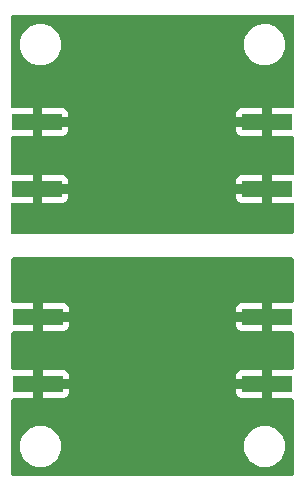
<source format=gbr>
%TF.GenerationSoftware,KiCad,Pcbnew,8.0.5-8.0.5-0~ubuntu22.04.1*%
%TF.CreationDate,2025-01-09T21:02:11-03:00*%
%TF.ProjectId,preenfasis,70726565-6e66-4617-9369-732e6b696361,v1.3*%
%TF.SameCoordinates,Original*%
%TF.FileFunction,Copper,L2,Bot*%
%TF.FilePolarity,Positive*%
%FSLAX46Y46*%
G04 Gerber Fmt 4.6, Leading zero omitted, Abs format (unit mm)*
G04 Created by KiCad (PCBNEW 8.0.5-8.0.5-0~ubuntu22.04.1) date 2025-01-09 21:02:11*
%MOMM*%
%LPD*%
G01*
G04 APERTURE LIST*
%TA.AperFunction,SMDPad,CuDef*%
%ADD10R,4.200000X1.350000*%
%TD*%
%TA.AperFunction,ViaPad*%
%ADD11C,0.600000*%
%TD*%
G04 APERTURE END LIST*
D10*
%TO.P,J3,2,Ext*%
%TO.N,Net-(J3-Ext)*%
X102743000Y-69565000D03*
X102743000Y-75215000D03*
%TD*%
%TO.P,J2,2,Ext*%
%TO.N,Net-(J1-Ext)*%
X122174000Y-91725000D03*
X122174000Y-86075000D03*
%TD*%
%TO.P,J4,2,Ext*%
%TO.N,Net-(J3-Ext)*%
X122174000Y-75215000D03*
X122174000Y-69565000D03*
%TD*%
%TO.P,J1,2,Ext*%
%TO.N,Net-(J1-Ext)*%
X102816000Y-86075000D03*
X102816000Y-91725000D03*
%TD*%
D11*
%TO.N,Net-(J1-Ext)*%
X119500000Y-93000000D03*
X118500000Y-93000000D03*
X117500000Y-93000000D03*
X106000000Y-93000000D03*
X107000000Y-93000000D03*
X104500000Y-84000000D03*
X105000000Y-83000000D03*
X106000000Y-82500000D03*
X107000000Y-82500000D03*
X108000000Y-82500000D03*
X109000000Y-82500000D03*
X110000000Y-82500000D03*
X111000000Y-82500000D03*
X112000000Y-82500000D03*
X113000000Y-82500000D03*
X114000000Y-82500000D03*
X115000000Y-82500000D03*
X116000000Y-82500000D03*
X117000000Y-82500000D03*
X118000000Y-82500000D03*
X119000000Y-82500000D03*
X120000000Y-83500000D03*
X120500000Y-84500000D03*
X118000000Y-85000000D03*
X117000000Y-85000000D03*
X116000000Y-85000000D03*
X115000000Y-85000000D03*
X114000000Y-85000000D03*
X113000000Y-85000000D03*
X112000000Y-85000000D03*
X111000000Y-85000000D03*
X110000000Y-85000000D03*
X109000000Y-85000000D03*
X108000000Y-85000000D03*
X107000000Y-85000000D03*
X118000000Y-87500000D03*
X117000000Y-87500000D03*
X116000000Y-87500000D03*
X115000000Y-87500000D03*
X114000000Y-87500000D03*
X113000000Y-87500000D03*
X112000000Y-87500000D03*
X111000000Y-87500000D03*
X110000000Y-87500000D03*
X109000000Y-87500000D03*
X108000000Y-87500000D03*
X107000000Y-87500000D03*
X116250000Y-92750000D03*
X115250000Y-92750000D03*
X114250000Y-92750000D03*
X113250000Y-92750000D03*
X112250000Y-92750000D03*
X111250000Y-92750000D03*
X110250000Y-92750000D03*
X109250000Y-92750000D03*
X108250000Y-92750000D03*
X101000000Y-87700000D03*
X102000000Y-87700000D03*
X103000000Y-87700000D03*
X104000000Y-87700000D03*
X101000000Y-90100000D03*
X102000000Y-90100000D03*
X103000000Y-90100000D03*
X104000000Y-90100000D03*
X123500000Y-87700000D03*
X122500000Y-87700000D03*
X121500000Y-87700000D03*
X120500000Y-87700000D03*
X123500000Y-90100000D03*
X121500000Y-90100000D03*
X122500000Y-90100000D03*
X120500000Y-90100000D03*
X119500000Y-90000000D03*
X118500000Y-90000000D03*
X117500000Y-90000000D03*
X116500000Y-90000000D03*
X115500000Y-90000000D03*
X114500000Y-90000000D03*
X113500000Y-90000000D03*
X111000000Y-90000000D03*
X110000000Y-90000000D03*
X109000000Y-90000000D03*
X108000000Y-90000000D03*
X107000000Y-90000000D03*
X106000000Y-90000000D03*
X105000000Y-90000000D03*
X102816000Y-84455000D03*
X122174000Y-93319600D03*
X122174000Y-84531200D03*
X102816000Y-93345000D03*
%TO.N,Net-(J3-Ext)*%
X102768400Y-67968500D03*
X122174000Y-67968500D03*
X122174000Y-76782300D03*
X102725000Y-76731500D03*
%TD*%
%TA.AperFunction,Conductor*%
%TO.N,Net-(J1-Ext)*%
G36*
X124346288Y-81018954D02*
G01*
X124427070Y-81072930D01*
X124481046Y-81153712D01*
X124500000Y-81249000D01*
X124500000Y-84651000D01*
X124481046Y-84746288D01*
X124427070Y-84827070D01*
X124346288Y-84881046D01*
X124251000Y-84900000D01*
X122574001Y-84900000D01*
X122574000Y-84900001D01*
X122574000Y-87249999D01*
X122574001Y-87250000D01*
X124251000Y-87250000D01*
X124346288Y-87268954D01*
X124427070Y-87322930D01*
X124481046Y-87403712D01*
X124500000Y-87499000D01*
X124500000Y-90301000D01*
X124481046Y-90396288D01*
X124427070Y-90477070D01*
X124346288Y-90531046D01*
X124251000Y-90550000D01*
X122574001Y-90550000D01*
X122574000Y-90550001D01*
X122574000Y-92899999D01*
X122574001Y-92900000D01*
X124251000Y-92900000D01*
X124346288Y-92918954D01*
X124427070Y-92972930D01*
X124481046Y-93053712D01*
X124500000Y-93149000D01*
X124500000Y-99251000D01*
X124481046Y-99346288D01*
X124427070Y-99427070D01*
X124346288Y-99481046D01*
X124251000Y-99500000D01*
X100749000Y-99500000D01*
X100653712Y-99481046D01*
X100572930Y-99427070D01*
X100518954Y-99346288D01*
X100500000Y-99251000D01*
X100500000Y-96885266D01*
X101249500Y-96885266D01*
X101249500Y-97114733D01*
X101279451Y-97342234D01*
X101338841Y-97563885D01*
X101426653Y-97775882D01*
X101426658Y-97775893D01*
X101541383Y-97974602D01*
X101541389Y-97974612D01*
X101681081Y-98156661D01*
X101843339Y-98318919D01*
X102025388Y-98458611D01*
X102025397Y-98458616D01*
X102224106Y-98573341D01*
X102224109Y-98573342D01*
X102224112Y-98573344D01*
X102436113Y-98661158D01*
X102657762Y-98720548D01*
X102885266Y-98750500D01*
X103114734Y-98750500D01*
X103342238Y-98720548D01*
X103563887Y-98661158D01*
X103775888Y-98573344D01*
X103974612Y-98458611D01*
X104156661Y-98318919D01*
X104318919Y-98156661D01*
X104458611Y-97974612D01*
X104573344Y-97775888D01*
X104661158Y-97563887D01*
X104720548Y-97342238D01*
X104750500Y-97114734D01*
X104750500Y-96885266D01*
X120249500Y-96885266D01*
X120249500Y-97114733D01*
X120279451Y-97342234D01*
X120338841Y-97563885D01*
X120426653Y-97775882D01*
X120426658Y-97775893D01*
X120541383Y-97974602D01*
X120541389Y-97974612D01*
X120681081Y-98156661D01*
X120843339Y-98318919D01*
X121025388Y-98458611D01*
X121025397Y-98458616D01*
X121224106Y-98573341D01*
X121224109Y-98573342D01*
X121224112Y-98573344D01*
X121436113Y-98661158D01*
X121657762Y-98720548D01*
X121885266Y-98750500D01*
X122114734Y-98750500D01*
X122342238Y-98720548D01*
X122563887Y-98661158D01*
X122775888Y-98573344D01*
X122974612Y-98458611D01*
X123156661Y-98318919D01*
X123318919Y-98156661D01*
X123458611Y-97974612D01*
X123573344Y-97775888D01*
X123661158Y-97563887D01*
X123720548Y-97342238D01*
X123750500Y-97114734D01*
X123750500Y-96885266D01*
X123720548Y-96657762D01*
X123661158Y-96436113D01*
X123573344Y-96224112D01*
X123458611Y-96025388D01*
X123318919Y-95843339D01*
X123156661Y-95681081D01*
X123156656Y-95681077D01*
X123156655Y-95681076D01*
X122974621Y-95541396D01*
X122974622Y-95541396D01*
X122974612Y-95541389D01*
X122974602Y-95541383D01*
X122775893Y-95426658D01*
X122775882Y-95426653D01*
X122563885Y-95338841D01*
X122435911Y-95304551D01*
X122342238Y-95279452D01*
X122342235Y-95279451D01*
X122342236Y-95279451D01*
X122114734Y-95249500D01*
X121885266Y-95249500D01*
X121657765Y-95279451D01*
X121436114Y-95338841D01*
X121224117Y-95426653D01*
X121224106Y-95426658D01*
X121025397Y-95541383D01*
X121025378Y-95541396D01*
X120843344Y-95681076D01*
X120681076Y-95843344D01*
X120541396Y-96025378D01*
X120541383Y-96025397D01*
X120426658Y-96224106D01*
X120426653Y-96224117D01*
X120338841Y-96436114D01*
X120279451Y-96657765D01*
X120249500Y-96885266D01*
X104750500Y-96885266D01*
X104720548Y-96657762D01*
X104661158Y-96436113D01*
X104573344Y-96224112D01*
X104458611Y-96025388D01*
X104318919Y-95843339D01*
X104156661Y-95681081D01*
X104156656Y-95681077D01*
X104156655Y-95681076D01*
X103974621Y-95541396D01*
X103974622Y-95541396D01*
X103974612Y-95541389D01*
X103974602Y-95541383D01*
X103775893Y-95426658D01*
X103775882Y-95426653D01*
X103563885Y-95338841D01*
X103435911Y-95304551D01*
X103342238Y-95279452D01*
X103342235Y-95279451D01*
X103342236Y-95279451D01*
X103114734Y-95249500D01*
X102885266Y-95249500D01*
X102657765Y-95279451D01*
X102436114Y-95338841D01*
X102224117Y-95426653D01*
X102224106Y-95426658D01*
X102025397Y-95541383D01*
X102025378Y-95541396D01*
X101843344Y-95681076D01*
X101681076Y-95843344D01*
X101541396Y-96025378D01*
X101541383Y-96025397D01*
X101426658Y-96224106D01*
X101426653Y-96224117D01*
X101338841Y-96436114D01*
X101279451Y-96657765D01*
X101249500Y-96885266D01*
X100500000Y-96885266D01*
X100500000Y-93149000D01*
X100518954Y-93053712D01*
X100572930Y-92972930D01*
X100653712Y-92918954D01*
X100749000Y-92900000D01*
X102415999Y-92900000D01*
X102416000Y-92899999D01*
X102416000Y-92125001D01*
X103216000Y-92125001D01*
X103216000Y-92899999D01*
X103216001Y-92900000D01*
X104963825Y-92900000D01*
X104963832Y-92899999D01*
X105023371Y-92893598D01*
X105023378Y-92893596D01*
X105158087Y-92843353D01*
X105273187Y-92757189D01*
X105273189Y-92757187D01*
X105359353Y-92642087D01*
X105409596Y-92507378D01*
X105409598Y-92507371D01*
X105415999Y-92447832D01*
X105416000Y-92447825D01*
X105416000Y-92125001D01*
X119574000Y-92125001D01*
X119574000Y-92447832D01*
X119580401Y-92507371D01*
X119580403Y-92507378D01*
X119630646Y-92642087D01*
X119716810Y-92757187D01*
X119716812Y-92757189D01*
X119831912Y-92843353D01*
X119966621Y-92893596D01*
X119966628Y-92893598D01*
X120026167Y-92899999D01*
X120026175Y-92900000D01*
X121773999Y-92900000D01*
X121774000Y-92899999D01*
X121774000Y-92125001D01*
X121773999Y-92125000D01*
X119574001Y-92125000D01*
X119574000Y-92125001D01*
X105416000Y-92125001D01*
X105415999Y-92125000D01*
X103216001Y-92125000D01*
X103216000Y-92125001D01*
X102416000Y-92125001D01*
X102416000Y-90550001D01*
X103216000Y-90550001D01*
X103216000Y-91324999D01*
X103216001Y-91325000D01*
X105415999Y-91325000D01*
X105416000Y-91324999D01*
X105416000Y-91002175D01*
X105415999Y-91002167D01*
X119574000Y-91002167D01*
X119574000Y-91324999D01*
X119574001Y-91325000D01*
X121773999Y-91325000D01*
X121774000Y-91324999D01*
X121774000Y-90550001D01*
X121773999Y-90550000D01*
X120026167Y-90550000D01*
X119966628Y-90556401D01*
X119966621Y-90556403D01*
X119831912Y-90606646D01*
X119716812Y-90692810D01*
X119716810Y-90692812D01*
X119630646Y-90807912D01*
X119580403Y-90942621D01*
X119580401Y-90942628D01*
X119574000Y-91002167D01*
X105415999Y-91002167D01*
X105409598Y-90942628D01*
X105409596Y-90942621D01*
X105359353Y-90807912D01*
X105273189Y-90692812D01*
X105273187Y-90692810D01*
X105158087Y-90606646D01*
X105023378Y-90556403D01*
X105023371Y-90556401D01*
X104963832Y-90550000D01*
X103216001Y-90550000D01*
X103216000Y-90550001D01*
X102416000Y-90550001D01*
X102415999Y-90550000D01*
X100749000Y-90550000D01*
X100653712Y-90531046D01*
X100572930Y-90477070D01*
X100518954Y-90396288D01*
X100500000Y-90301000D01*
X100500000Y-87499000D01*
X100518954Y-87403712D01*
X100572930Y-87322930D01*
X100653712Y-87268954D01*
X100749000Y-87250000D01*
X102415999Y-87250000D01*
X102416000Y-87249999D01*
X102416000Y-86475001D01*
X103216000Y-86475001D01*
X103216000Y-87249999D01*
X103216001Y-87250000D01*
X104963825Y-87250000D01*
X104963832Y-87249999D01*
X105023371Y-87243598D01*
X105023378Y-87243596D01*
X105158087Y-87193353D01*
X105273187Y-87107189D01*
X105273189Y-87107187D01*
X105359353Y-86992087D01*
X105409596Y-86857378D01*
X105409598Y-86857371D01*
X105415999Y-86797832D01*
X105416000Y-86797825D01*
X105416000Y-86475001D01*
X119574000Y-86475001D01*
X119574000Y-86797832D01*
X119580401Y-86857371D01*
X119580403Y-86857378D01*
X119630646Y-86992087D01*
X119716810Y-87107187D01*
X119716812Y-87107189D01*
X119831912Y-87193353D01*
X119966621Y-87243596D01*
X119966628Y-87243598D01*
X120026167Y-87249999D01*
X120026175Y-87250000D01*
X121773999Y-87250000D01*
X121774000Y-87249999D01*
X121774000Y-86475001D01*
X121773999Y-86475000D01*
X119574001Y-86475000D01*
X119574000Y-86475001D01*
X105416000Y-86475001D01*
X105415999Y-86475000D01*
X103216001Y-86475000D01*
X103216000Y-86475001D01*
X102416000Y-86475001D01*
X102416000Y-84900001D01*
X103216000Y-84900001D01*
X103216000Y-85674999D01*
X103216001Y-85675000D01*
X105415999Y-85675000D01*
X105416000Y-85674999D01*
X105416000Y-85352175D01*
X105415999Y-85352167D01*
X119574000Y-85352167D01*
X119574000Y-85674999D01*
X119574001Y-85675000D01*
X121773999Y-85675000D01*
X121774000Y-85674999D01*
X121774000Y-84900001D01*
X121773999Y-84900000D01*
X120026167Y-84900000D01*
X119966628Y-84906401D01*
X119966621Y-84906403D01*
X119831912Y-84956646D01*
X119716812Y-85042810D01*
X119716810Y-85042812D01*
X119630646Y-85157912D01*
X119580403Y-85292621D01*
X119580401Y-85292628D01*
X119574000Y-85352167D01*
X105415999Y-85352167D01*
X105409598Y-85292628D01*
X105409596Y-85292621D01*
X105359353Y-85157912D01*
X105273189Y-85042812D01*
X105273187Y-85042810D01*
X105158087Y-84956646D01*
X105023378Y-84906403D01*
X105023371Y-84906401D01*
X104963832Y-84900000D01*
X103216001Y-84900000D01*
X103216000Y-84900001D01*
X102416000Y-84900001D01*
X102415999Y-84900000D01*
X100749000Y-84900000D01*
X100653712Y-84881046D01*
X100572930Y-84827070D01*
X100518954Y-84746288D01*
X100500000Y-84651000D01*
X100500000Y-81249000D01*
X100518954Y-81153712D01*
X100572930Y-81072930D01*
X100653712Y-81018954D01*
X100749000Y-81000000D01*
X124251000Y-81000000D01*
X124346288Y-81018954D01*
G37*
%TD.AperFunction*%
%TD*%
%TA.AperFunction,Conductor*%
%TO.N,Net-(J3-Ext)*%
G36*
X124443039Y-60519685D02*
G01*
X124488794Y-60572489D01*
X124500000Y-60624000D01*
X124500000Y-68271109D01*
X124480315Y-68338148D01*
X124427511Y-68383903D01*
X124362745Y-68394399D01*
X124321828Y-68390000D01*
X122574000Y-68390000D01*
X122574000Y-70740000D01*
X124321828Y-70740000D01*
X124321839Y-70739999D01*
X124362742Y-70735601D01*
X124431502Y-70748005D01*
X124482640Y-70795614D01*
X124500000Y-70858890D01*
X124500000Y-73921109D01*
X124480315Y-73988148D01*
X124427511Y-74033903D01*
X124362745Y-74044399D01*
X124321828Y-74040000D01*
X122574000Y-74040000D01*
X122574000Y-76390000D01*
X124321828Y-76390000D01*
X124321839Y-76389999D01*
X124362742Y-76385601D01*
X124431502Y-76398005D01*
X124482640Y-76445614D01*
X124500000Y-76508890D01*
X124500000Y-78876000D01*
X124480315Y-78943039D01*
X124427511Y-78988794D01*
X124376000Y-79000000D01*
X100624000Y-79000000D01*
X100556961Y-78980315D01*
X100511206Y-78927511D01*
X100500000Y-78876000D01*
X100500000Y-76514000D01*
X100519685Y-76446961D01*
X100572489Y-76401206D01*
X100624000Y-76390000D01*
X102343000Y-76390000D01*
X103143000Y-76390000D01*
X104890828Y-76390000D01*
X104890844Y-76389999D01*
X104950372Y-76383598D01*
X104950379Y-76383596D01*
X105085086Y-76333354D01*
X105085093Y-76333350D01*
X105200187Y-76247190D01*
X105200190Y-76247187D01*
X105286350Y-76132093D01*
X105286354Y-76132086D01*
X105336596Y-75997379D01*
X105336598Y-75997372D01*
X105342999Y-75937844D01*
X119574000Y-75937844D01*
X119580401Y-75997372D01*
X119580403Y-75997379D01*
X119630645Y-76132086D01*
X119630649Y-76132093D01*
X119716809Y-76247187D01*
X119716812Y-76247190D01*
X119831906Y-76333350D01*
X119831913Y-76333354D01*
X119966620Y-76383596D01*
X119966627Y-76383598D01*
X120026155Y-76389999D01*
X120026172Y-76390000D01*
X121774000Y-76390000D01*
X121774000Y-75615000D01*
X119574000Y-75615000D01*
X119574000Y-75937844D01*
X105342999Y-75937844D01*
X105343000Y-75937827D01*
X105343000Y-75615000D01*
X103143000Y-75615000D01*
X103143000Y-76390000D01*
X102343000Y-76390000D01*
X102343000Y-74815000D01*
X103143000Y-74815000D01*
X105343000Y-74815000D01*
X105343000Y-74492172D01*
X105342999Y-74492155D01*
X119574000Y-74492155D01*
X119574000Y-74815000D01*
X121774000Y-74815000D01*
X121774000Y-74040000D01*
X120026155Y-74040000D01*
X119966627Y-74046401D01*
X119966620Y-74046403D01*
X119831913Y-74096645D01*
X119831906Y-74096649D01*
X119716812Y-74182809D01*
X119716809Y-74182812D01*
X119630649Y-74297906D01*
X119630645Y-74297913D01*
X119580403Y-74432620D01*
X119580401Y-74432627D01*
X119574000Y-74492155D01*
X105342999Y-74492155D01*
X105336598Y-74432627D01*
X105336596Y-74432620D01*
X105286354Y-74297913D01*
X105286350Y-74297906D01*
X105200190Y-74182812D01*
X105200187Y-74182809D01*
X105085093Y-74096649D01*
X105085086Y-74096645D01*
X104950379Y-74046403D01*
X104950372Y-74046401D01*
X104890844Y-74040000D01*
X103143000Y-74040000D01*
X103143000Y-74815000D01*
X102343000Y-74815000D01*
X102343000Y-74040000D01*
X100624000Y-74040000D01*
X100556961Y-74020315D01*
X100511206Y-73967511D01*
X100500000Y-73916000D01*
X100500000Y-70864000D01*
X100519685Y-70796961D01*
X100572489Y-70751206D01*
X100624000Y-70740000D01*
X102343000Y-70740000D01*
X103143000Y-70740000D01*
X104890828Y-70740000D01*
X104890844Y-70739999D01*
X104950372Y-70733598D01*
X104950379Y-70733596D01*
X105085086Y-70683354D01*
X105085093Y-70683350D01*
X105200187Y-70597190D01*
X105200190Y-70597187D01*
X105286350Y-70482093D01*
X105286354Y-70482086D01*
X105336596Y-70347379D01*
X105336598Y-70347372D01*
X105342999Y-70287844D01*
X119574000Y-70287844D01*
X119580401Y-70347372D01*
X119580403Y-70347379D01*
X119630645Y-70482086D01*
X119630649Y-70482093D01*
X119716809Y-70597187D01*
X119716812Y-70597190D01*
X119831906Y-70683350D01*
X119831913Y-70683354D01*
X119966620Y-70733596D01*
X119966627Y-70733598D01*
X120026155Y-70739999D01*
X120026172Y-70740000D01*
X121774000Y-70740000D01*
X121774000Y-69965000D01*
X119574000Y-69965000D01*
X119574000Y-70287844D01*
X105342999Y-70287844D01*
X105343000Y-70287827D01*
X105343000Y-69965000D01*
X103143000Y-69965000D01*
X103143000Y-70740000D01*
X102343000Y-70740000D01*
X102343000Y-69165000D01*
X103143000Y-69165000D01*
X105343000Y-69165000D01*
X105343000Y-68842172D01*
X105342999Y-68842155D01*
X119574000Y-68842155D01*
X119574000Y-69165000D01*
X121774000Y-69165000D01*
X121774000Y-68390000D01*
X120026155Y-68390000D01*
X119966627Y-68396401D01*
X119966620Y-68396403D01*
X119831913Y-68446645D01*
X119831906Y-68446649D01*
X119716812Y-68532809D01*
X119716809Y-68532812D01*
X119630649Y-68647906D01*
X119630645Y-68647913D01*
X119580403Y-68782620D01*
X119580401Y-68782627D01*
X119574000Y-68842155D01*
X105342999Y-68842155D01*
X105336598Y-68782627D01*
X105336596Y-68782620D01*
X105286354Y-68647913D01*
X105286350Y-68647906D01*
X105200190Y-68532812D01*
X105200187Y-68532809D01*
X105085093Y-68446649D01*
X105085086Y-68446645D01*
X104950379Y-68396403D01*
X104950372Y-68396401D01*
X104890844Y-68390000D01*
X103143000Y-68390000D01*
X103143000Y-69165000D01*
X102343000Y-69165000D01*
X102343000Y-68390000D01*
X100624000Y-68390000D01*
X100556961Y-68370315D01*
X100511206Y-68317511D01*
X100500000Y-68266000D01*
X100500000Y-62885258D01*
X101249500Y-62885258D01*
X101249500Y-63114741D01*
X101274446Y-63304215D01*
X101279452Y-63342238D01*
X101279453Y-63342240D01*
X101338842Y-63563887D01*
X101426650Y-63775876D01*
X101426657Y-63775890D01*
X101541392Y-63974617D01*
X101681081Y-64156661D01*
X101681089Y-64156670D01*
X101843330Y-64318911D01*
X101843338Y-64318918D01*
X102025382Y-64458607D01*
X102025385Y-64458608D01*
X102025388Y-64458611D01*
X102224112Y-64573344D01*
X102224117Y-64573346D01*
X102224123Y-64573349D01*
X102315480Y-64611190D01*
X102436113Y-64661158D01*
X102657762Y-64720548D01*
X102885266Y-64750500D01*
X102885273Y-64750500D01*
X103114727Y-64750500D01*
X103114734Y-64750500D01*
X103342238Y-64720548D01*
X103563887Y-64661158D01*
X103775888Y-64573344D01*
X103974612Y-64458611D01*
X104156661Y-64318919D01*
X104156665Y-64318914D01*
X104156670Y-64318911D01*
X104318911Y-64156670D01*
X104318914Y-64156665D01*
X104318919Y-64156661D01*
X104458611Y-63974612D01*
X104573344Y-63775888D01*
X104661158Y-63563887D01*
X104720548Y-63342238D01*
X104750500Y-63114734D01*
X104750500Y-62885266D01*
X104750499Y-62885258D01*
X120249500Y-62885258D01*
X120249500Y-63114741D01*
X120274446Y-63304215D01*
X120279452Y-63342238D01*
X120279453Y-63342240D01*
X120338842Y-63563887D01*
X120426650Y-63775876D01*
X120426657Y-63775890D01*
X120541392Y-63974617D01*
X120681081Y-64156661D01*
X120681089Y-64156670D01*
X120843330Y-64318911D01*
X120843338Y-64318918D01*
X121025382Y-64458607D01*
X121025385Y-64458608D01*
X121025388Y-64458611D01*
X121224112Y-64573344D01*
X121224117Y-64573346D01*
X121224123Y-64573349D01*
X121315480Y-64611190D01*
X121436113Y-64661158D01*
X121657762Y-64720548D01*
X121885266Y-64750500D01*
X121885273Y-64750500D01*
X122114727Y-64750500D01*
X122114734Y-64750500D01*
X122342238Y-64720548D01*
X122563887Y-64661158D01*
X122775888Y-64573344D01*
X122974612Y-64458611D01*
X123156661Y-64318919D01*
X123156665Y-64318914D01*
X123156670Y-64318911D01*
X123318911Y-64156670D01*
X123318914Y-64156665D01*
X123318919Y-64156661D01*
X123458611Y-63974612D01*
X123573344Y-63775888D01*
X123661158Y-63563887D01*
X123720548Y-63342238D01*
X123750500Y-63114734D01*
X123750500Y-62885266D01*
X123720548Y-62657762D01*
X123661158Y-62436113D01*
X123573344Y-62224112D01*
X123458611Y-62025388D01*
X123458608Y-62025385D01*
X123458607Y-62025382D01*
X123318918Y-61843338D01*
X123318911Y-61843330D01*
X123156670Y-61681089D01*
X123156661Y-61681081D01*
X122974617Y-61541392D01*
X122775890Y-61426657D01*
X122775876Y-61426650D01*
X122563887Y-61338842D01*
X122342238Y-61279452D01*
X122304215Y-61274446D01*
X122114741Y-61249500D01*
X122114734Y-61249500D01*
X121885266Y-61249500D01*
X121885258Y-61249500D01*
X121668715Y-61278009D01*
X121657762Y-61279452D01*
X121564076Y-61304554D01*
X121436112Y-61338842D01*
X121224123Y-61426650D01*
X121224109Y-61426657D01*
X121025382Y-61541392D01*
X120843338Y-61681081D01*
X120681081Y-61843338D01*
X120541392Y-62025382D01*
X120426657Y-62224109D01*
X120426650Y-62224123D01*
X120338842Y-62436112D01*
X120279453Y-62657759D01*
X120279451Y-62657770D01*
X120249500Y-62885258D01*
X104750499Y-62885258D01*
X104720548Y-62657762D01*
X104661158Y-62436113D01*
X104573344Y-62224112D01*
X104458611Y-62025388D01*
X104458608Y-62025385D01*
X104458607Y-62025382D01*
X104318918Y-61843338D01*
X104318911Y-61843330D01*
X104156670Y-61681089D01*
X104156661Y-61681081D01*
X103974617Y-61541392D01*
X103775890Y-61426657D01*
X103775876Y-61426650D01*
X103563887Y-61338842D01*
X103342238Y-61279452D01*
X103304215Y-61274446D01*
X103114741Y-61249500D01*
X103114734Y-61249500D01*
X102885266Y-61249500D01*
X102885258Y-61249500D01*
X102668715Y-61278009D01*
X102657762Y-61279452D01*
X102564076Y-61304554D01*
X102436112Y-61338842D01*
X102224123Y-61426650D01*
X102224109Y-61426657D01*
X102025382Y-61541392D01*
X101843338Y-61681081D01*
X101681081Y-61843338D01*
X101541392Y-62025382D01*
X101426657Y-62224109D01*
X101426650Y-62224123D01*
X101338842Y-62436112D01*
X101279453Y-62657759D01*
X101279451Y-62657770D01*
X101249500Y-62885258D01*
X100500000Y-62885258D01*
X100500000Y-60624000D01*
X100519685Y-60556961D01*
X100572489Y-60511206D01*
X100624000Y-60500000D01*
X124376000Y-60500000D01*
X124443039Y-60519685D01*
G37*
%TD.AperFunction*%
%TD*%
M02*

</source>
